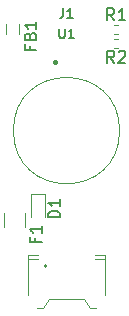
<source format=gto>
G04 #@! TF.GenerationSoftware,KiCad,Pcbnew,9.0.1*
G04 #@! TF.CreationDate,2025-10-23T20:38:35-06:00*
G04 #@! TF.ProjectId,usbport,75736270-6f72-4742-9e6b-696361645f70,rev?*
G04 #@! TF.SameCoordinates,Original*
G04 #@! TF.FileFunction,Legend,Top*
G04 #@! TF.FilePolarity,Positive*
%FSLAX46Y46*%
G04 Gerber Fmt 4.6, Leading zero omitted, Abs format (unit mm)*
G04 Created by KiCad (PCBNEW 9.0.1) date 2025-10-23 20:38:35*
%MOMM*%
%LPD*%
G01*
G04 APERTURE LIST*
%ADD10C,0.100000*%
%ADD11C,0.150000*%
%ADD12C,0.120000*%
%ADD13C,0.400000*%
G04 APERTURE END LIST*
D10*
X96500000Y-91000000D02*
G75*
G02*
X87500000Y-91000000I-4500000J0D01*
G01*
X87500000Y-91000000D02*
G75*
G02*
X96500000Y-91000000I4500000J0D01*
G01*
D11*
X89361009Y-100133333D02*
X89361009Y-100466666D01*
X89884819Y-100466666D02*
X88884819Y-100466666D01*
X88884819Y-100466666D02*
X88884819Y-99990476D01*
X89884819Y-99085714D02*
X89884819Y-99657142D01*
X89884819Y-99371428D02*
X88884819Y-99371428D01*
X88884819Y-99371428D02*
X89027676Y-99466666D01*
X89027676Y-99466666D02*
X89122914Y-99561904D01*
X89122914Y-99561904D02*
X89170533Y-99657142D01*
X96033333Y-81654819D02*
X95700000Y-81178628D01*
X95461905Y-81654819D02*
X95461905Y-80654819D01*
X95461905Y-80654819D02*
X95842857Y-80654819D01*
X95842857Y-80654819D02*
X95938095Y-80702438D01*
X95938095Y-80702438D02*
X95985714Y-80750057D01*
X95985714Y-80750057D02*
X96033333Y-80845295D01*
X96033333Y-80845295D02*
X96033333Y-80988152D01*
X96033333Y-80988152D02*
X95985714Y-81083390D01*
X95985714Y-81083390D02*
X95938095Y-81131009D01*
X95938095Y-81131009D02*
X95842857Y-81178628D01*
X95842857Y-81178628D02*
X95461905Y-81178628D01*
X96985714Y-81654819D02*
X96414286Y-81654819D01*
X96700000Y-81654819D02*
X96700000Y-80654819D01*
X96700000Y-80654819D02*
X96604762Y-80797676D01*
X96604762Y-80797676D02*
X96509524Y-80892914D01*
X96509524Y-80892914D02*
X96414286Y-80940533D01*
X91454819Y-98338094D02*
X90454819Y-98338094D01*
X90454819Y-98338094D02*
X90454819Y-98099999D01*
X90454819Y-98099999D02*
X90502438Y-97957142D01*
X90502438Y-97957142D02*
X90597676Y-97861904D01*
X90597676Y-97861904D02*
X90692914Y-97814285D01*
X90692914Y-97814285D02*
X90883390Y-97766666D01*
X90883390Y-97766666D02*
X91026247Y-97766666D01*
X91026247Y-97766666D02*
X91216723Y-97814285D01*
X91216723Y-97814285D02*
X91311961Y-97861904D01*
X91311961Y-97861904D02*
X91407200Y-97957142D01*
X91407200Y-97957142D02*
X91454819Y-98099999D01*
X91454819Y-98099999D02*
X91454819Y-98338094D01*
X91454819Y-96814285D02*
X91454819Y-97385713D01*
X91454819Y-97099999D02*
X90454819Y-97099999D01*
X90454819Y-97099999D02*
X90597676Y-97195237D01*
X90597676Y-97195237D02*
X90692914Y-97290475D01*
X90692914Y-97290475D02*
X90740533Y-97385713D01*
X96033333Y-85254819D02*
X95700000Y-84778628D01*
X95461905Y-85254819D02*
X95461905Y-84254819D01*
X95461905Y-84254819D02*
X95842857Y-84254819D01*
X95842857Y-84254819D02*
X95938095Y-84302438D01*
X95938095Y-84302438D02*
X95985714Y-84350057D01*
X95985714Y-84350057D02*
X96033333Y-84445295D01*
X96033333Y-84445295D02*
X96033333Y-84588152D01*
X96033333Y-84588152D02*
X95985714Y-84683390D01*
X95985714Y-84683390D02*
X95938095Y-84731009D01*
X95938095Y-84731009D02*
X95842857Y-84778628D01*
X95842857Y-84778628D02*
X95461905Y-84778628D01*
X96414286Y-84350057D02*
X96461905Y-84302438D01*
X96461905Y-84302438D02*
X96557143Y-84254819D01*
X96557143Y-84254819D02*
X96795238Y-84254819D01*
X96795238Y-84254819D02*
X96890476Y-84302438D01*
X96890476Y-84302438D02*
X96938095Y-84350057D01*
X96938095Y-84350057D02*
X96985714Y-84445295D01*
X96985714Y-84445295D02*
X96985714Y-84540533D01*
X96985714Y-84540533D02*
X96938095Y-84683390D01*
X96938095Y-84683390D02*
X96366667Y-85254819D01*
X96366667Y-85254819D02*
X96985714Y-85254819D01*
X88931009Y-83833333D02*
X88931009Y-84166666D01*
X89454819Y-84166666D02*
X88454819Y-84166666D01*
X88454819Y-84166666D02*
X88454819Y-83690476D01*
X88931009Y-82976190D02*
X88978628Y-82833333D01*
X88978628Y-82833333D02*
X89026247Y-82785714D01*
X89026247Y-82785714D02*
X89121485Y-82738095D01*
X89121485Y-82738095D02*
X89264342Y-82738095D01*
X89264342Y-82738095D02*
X89359580Y-82785714D01*
X89359580Y-82785714D02*
X89407200Y-82833333D01*
X89407200Y-82833333D02*
X89454819Y-82928571D01*
X89454819Y-82928571D02*
X89454819Y-83309523D01*
X89454819Y-83309523D02*
X88454819Y-83309523D01*
X88454819Y-83309523D02*
X88454819Y-82976190D01*
X88454819Y-82976190D02*
X88502438Y-82880952D01*
X88502438Y-82880952D02*
X88550057Y-82833333D01*
X88550057Y-82833333D02*
X88645295Y-82785714D01*
X88645295Y-82785714D02*
X88740533Y-82785714D01*
X88740533Y-82785714D02*
X88835771Y-82833333D01*
X88835771Y-82833333D02*
X88883390Y-82880952D01*
X88883390Y-82880952D02*
X88931009Y-82976190D01*
X88931009Y-82976190D02*
X88931009Y-83309523D01*
X89454819Y-81785714D02*
X89454819Y-82357142D01*
X89454819Y-82071428D02*
X88454819Y-82071428D01*
X88454819Y-82071428D02*
X88597676Y-82166666D01*
X88597676Y-82166666D02*
X88692914Y-82261904D01*
X88692914Y-82261904D02*
X88740533Y-82357142D01*
X91390476Y-82362295D02*
X91390476Y-83009914D01*
X91390476Y-83009914D02*
X91428571Y-83086104D01*
X91428571Y-83086104D02*
X91466666Y-83124200D01*
X91466666Y-83124200D02*
X91542857Y-83162295D01*
X91542857Y-83162295D02*
X91695238Y-83162295D01*
X91695238Y-83162295D02*
X91771428Y-83124200D01*
X91771428Y-83124200D02*
X91809523Y-83086104D01*
X91809523Y-83086104D02*
X91847619Y-83009914D01*
X91847619Y-83009914D02*
X91847619Y-82362295D01*
X92647618Y-83162295D02*
X92190475Y-83162295D01*
X92419047Y-83162295D02*
X92419047Y-82362295D01*
X92419047Y-82362295D02*
X92342856Y-82476580D01*
X92342856Y-82476580D02*
X92266666Y-82552771D01*
X92266666Y-82552771D02*
X92190475Y-82590866D01*
X91733333Y-80649795D02*
X91733333Y-81221223D01*
X91733333Y-81221223D02*
X91695238Y-81335509D01*
X91695238Y-81335509D02*
X91619047Y-81411700D01*
X91619047Y-81411700D02*
X91504762Y-81449795D01*
X91504762Y-81449795D02*
X91428571Y-81449795D01*
X92533333Y-81449795D02*
X92076190Y-81449795D01*
X92304762Y-81449795D02*
X92304762Y-80649795D01*
X92304762Y-80649795D02*
X92228571Y-80764080D01*
X92228571Y-80764080D02*
X92152381Y-80840271D01*
X92152381Y-80840271D02*
X92076190Y-80878366D01*
D12*
X88700000Y-101500000D02*
X88700000Y-104900000D01*
X88700000Y-101500000D02*
X89600000Y-101500000D01*
X89600000Y-101900000D02*
X88700000Y-101900000D01*
X90000000Y-106000000D02*
X89500000Y-106000000D01*
X90550000Y-105300000D02*
X90000000Y-106000000D01*
X93450000Y-105300000D02*
X90550000Y-105300000D01*
X94000000Y-106000000D02*
X93450000Y-105300000D01*
X94000000Y-106000000D02*
X94500000Y-106000000D01*
X94400000Y-101500000D02*
X95300000Y-101500000D01*
X95300000Y-101500000D02*
X95300000Y-104900000D01*
X95300000Y-101900000D02*
X94400000Y-101900000D01*
X90341421Y-102458579D02*
G75*
G02*
X90058579Y-102458579I-141421J0D01*
G01*
X90058579Y-102458579D02*
G75*
G02*
X90341421Y-102458579I141421J0D01*
G01*
X88510000Y-97997936D02*
X88510000Y-99202064D01*
X86690000Y-97997936D02*
X86690000Y-99202064D01*
X96353641Y-82780000D02*
X96046359Y-82780000D01*
X96353641Y-82020000D02*
X96046359Y-82020000D01*
X90200000Y-96340000D02*
X89000000Y-96340000D01*
X90200000Y-98300000D02*
X90200000Y-96340000D01*
X89000000Y-98300000D02*
X89000000Y-96340000D01*
X96046359Y-83220000D02*
X96353641Y-83220000D01*
X96046359Y-83980000D02*
X96353641Y-83980000D01*
X87960000Y-82000378D02*
X87960000Y-82799622D01*
X86840000Y-82000378D02*
X86840000Y-82799622D01*
D13*
X91000001Y-85200000D02*
X91000001Y-85200000D01*
X91000001Y-85200000D01*
X91000001Y-85200000D01*
X91000001Y-85200000D01*
X91000001Y-85200000D01*
X91000001Y-85200001D01*
X91000001Y-85200001D01*
X91000001Y-85200001D01*
X91000001Y-85200001D01*
X91000001Y-85200001D01*
X91000001Y-85200001D01*
X91000001Y-85200001D01*
X91000000Y-85200001D01*
X91000000Y-85200001D01*
X91000000Y-85200001D01*
X91000000Y-85200001D01*
X91000000Y-85200001D01*
X91000000Y-85200001D01*
X91000000Y-85200001D01*
X91000000Y-85200001D01*
X91000000Y-85200001D01*
X91000000Y-85200001D01*
X91000000Y-85200001D01*
X91000000Y-85200001D01*
X90999999Y-85200001D01*
X90999999Y-85200001D01*
X90999999Y-85200001D01*
X90999999Y-85200001D01*
X90999999Y-85200001D01*
X90999999Y-85200001D01*
X90999999Y-85200000D01*
X90999999Y-85200000D01*
X90999999Y-85200000D01*
X90999999Y-85200000D01*
X90999999Y-85200000D01*
X90999999Y-85200000D01*
X90999999Y-85200000D02*
X90999999Y-85200000D01*
X90999999Y-85200000D01*
X90999999Y-85200000D01*
X90999999Y-85200000D01*
X90999999Y-85200000D01*
X90999999Y-85200000D01*
X90999999Y-85199999D01*
X90999999Y-85199999D01*
X90999999Y-85199999D01*
X90999999Y-85199999D01*
X90999999Y-85199999D01*
X91000000Y-85199999D01*
X91000000Y-85199999D01*
X91000000Y-85199999D01*
X91000000Y-85199999D01*
X91000000Y-85199999D01*
X91000000Y-85199999D01*
X91000000Y-85199999D01*
X91000000Y-85199999D01*
X91000000Y-85199999D01*
X91000000Y-85199999D01*
X91000000Y-85199999D01*
X91000000Y-85199999D01*
X91000001Y-85199999D01*
X91000001Y-85199999D01*
X91000001Y-85199999D01*
X91000001Y-85199999D01*
X91000001Y-85199999D01*
X91000001Y-85199999D01*
X91000001Y-85200000D01*
X91000001Y-85200000D01*
X91000001Y-85200000D01*
X91000001Y-85200000D01*
X91000001Y-85200000D01*
X91000001Y-85200000D01*
X91000001Y-85200000D01*
M02*

</source>
